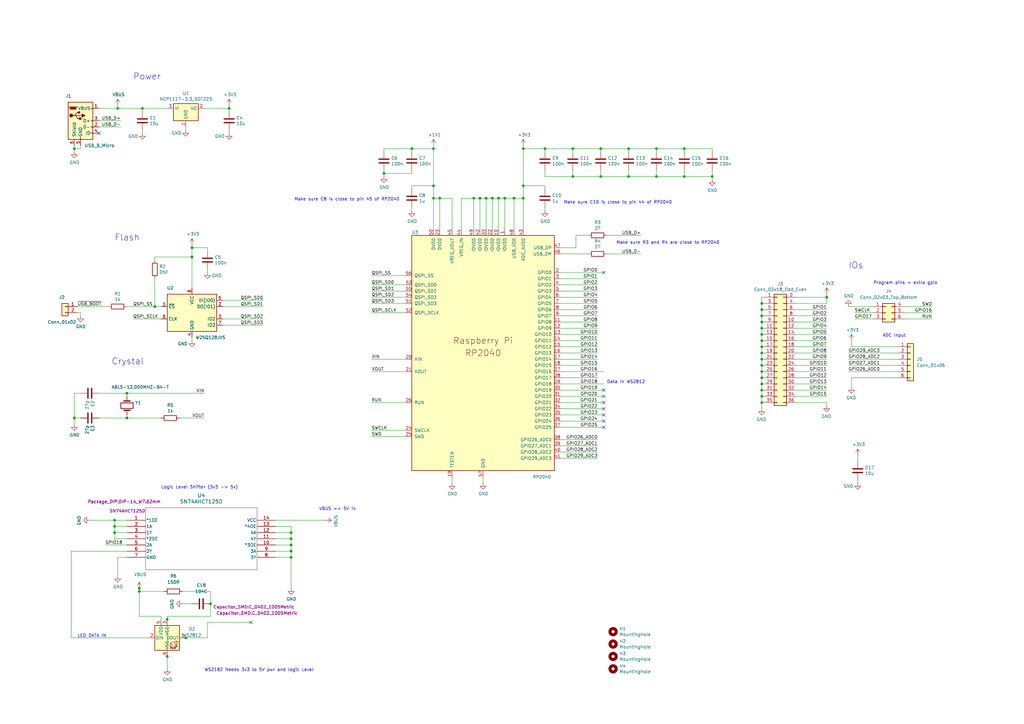
<source format=kicad_sch>
(kicad_sch (version 20230121) (generator eeschema)
  (paper "A3")
  (title_block (title "RP2040 Minimal Design Example") (date "2020-12-18") (rev "REV1") (company "Raspberry Pi (Trading) Ltd"))
  (lib_symbols
    (symbol "Connector_Generic:Conn_01x02" (pin_names (offset 1.016) hide)
      (property "Reference" "J" (at 0 2.54 0))
      (property "Value" "Conn_01x02" (at 0 -5.08 0))
      (symbol "Conn_01x02_1_1"
        (pin passive line (at -5.08 0 0) (length 3.81) (name "Pin_1") (number "1"))
        (pin passive line (at -5.08 -2.54 0) (length 3.81) (name "Pin_2") (number "2"))
      )
    )
    (symbol "Connector_Generic:Conn_01x06" (pin_names (offset 1.016) hide)
      (property "Reference" "J" (at 0 7.62 0))
      (property "Value" "Conn_01x06" (at 0 -10.16 0))
      (symbol "Conn_01x06_1_1"
        (pin passive line (at -5.08 5.08 0) (length 3.81) (name "Pin_1") (number "1"))
        (pin passive line (at -5.08 2.54 0) (length 3.81) (name "Pin_2") (number "2"))
        (pin passive line (at -5.08 0 0) (length 3.81) (name "Pin_3") (number "3"))
        (pin passive line (at -5.08 -2.54 0) (length 3.81) (name "Pin_4") (number "4"))
        (pin passive line (at -5.08 -5.08 0) (length 3.81) (name "Pin_5") (number "5"))
        (pin passive line (at -5.08 -7.62 0) (length 3.81) (name "Pin_6") (number "6"))
      )
    )
    (symbol "Connector_Generic:Conn_02x03_Top_Bottom" (pin_names (offset 1.016) hide)
      (property "Reference" "J" (at 1.27 5.08 0))
      (property "Value" "Conn_02x03_Top_Bottom" (at 1.27 -5.08 0))
      (symbol "Conn_02x03_Top_Bottom_1_1"
        (pin passive line (at -5.08 2.54 0) (length 3.81) (name "Pin_1") (number "1"))
        (pin passive line (at -5.08 0 0) (length 3.81) (name "Pin_2") (number "2"))
        (pin passive line (at -5.08 -2.54 0) (length 3.81) (name "Pin_3") (number "3"))
        (pin passive line (at 7.62 2.54 180) (length 3.81) (name "Pin_4") (number "4"))
        (pin passive line (at 7.62 0 180) (length 3.81) (name "Pin_5") (number "5"))
        (pin passive line (at 7.62 -2.54 180) (length 3.81) (name "Pin_6") (number "6"))
      )
    )
    (symbol "Connector_Generic:Conn_02x18_Odd_Even" (pin_names (offset 1.016) hide)
      (property "Reference" "J" (at 1.27 22.86 0))
      (property "Value" "Conn_02x18_Odd_Even" (at 1.27 -25.4 0))
      (symbol "Conn_02x18_Odd_Even_1_1"
        (pin passive line (at -5.08 20.32 0) (length 3.81) (name "Pin_1") (number "1"))
        (pin passive line (at 7.62 10.16 180) (length 3.81) (name "Pin_10") (number "10"))
        (pin passive line (at -5.08 7.62 0) (length 3.81) (name "Pin_11") (number "11"))
        (pin passive line (at 7.62 7.62 180) (length 3.81) (name "Pin_12") (number "12"))
        (pin passive line (at -5.08 5.08 0) (length 3.81) (name "Pin_13") (number "13"))
        (pin passive line (at 7.62 5.08 180) (length 3.81) (name "Pin_14") (number "14"))
        (pin passive line (at -5.08 2.54 0) (length 3.81) (name "Pin_15") (number "15"))
        (pin passive line (at 7.62 2.54 180) (length 3.81) (name "Pin_16") (number "16"))
        (pin passive line (at -5.08 0 0) (length 3.81) (name "Pin_17") (number "17"))
        (pin passive line (at 7.62 0 180) (length 3.81) (name "Pin_18") (number "18"))
        (pin passive line (at -5.08 -2.54 0) (length 3.81) (name "Pin_19") (number "19"))
        (pin passive line (at 7.62 20.32 180) (length 3.81) (name "Pin_2") (number "2"))
        (pin passive line (at 7.62 -2.54 180) (length 3.81) (name "Pin_20") (number "20"))
        (pin passive line (at -5.08 -5.08 0) (length 3.81) (name "Pin_21") (number "21"))
        (pin passive line (at 7.62 -5.08 180) (length 3.81) (name "Pin_22") (number "22"))
        (pin passive line (at -5.08 -7.62 0) (length 3.81) (name "Pin_23") (number "23"))
        (pin passive line (at 7.62 -7.62 180) (length 3.81) (name "Pin_24") (number "24"))
        (pin passive line (at -5.08 -10.16 0) (length 3.81) (name "Pin_25") (number "25"))
        (pin passive line (at 7.62 -10.16 180) (length 3.81) (name "Pin_26") (number "26"))
        (pin passive line (at -5.08 -12.7 0) (length 3.81) (name "Pin_27") (number "27"))
        (pin passive line (at 7.62 -12.7 180) (length 3.81) (name "Pin_28") (number "28"))
        (pin passive line (at -5.08 -15.24 0) (length 3.81) (name "Pin_29") (number "29"))
        (pin passive line (at -5.08 17.78 0) (length 3.81) (name "Pin_3") (number "3"))
        (pin passive line (at 7.62 -15.24 180) (length 3.81) (name "Pin_30") (number "30"))
        (pin passive line (at -5.08 -17.78 0) (length 3.81) (name "Pin_31") (number "31"))
        (pin passive line (at 7.62 -17.78 180) (length 3.81) (name "Pin_32") (number "32"))
        (pin passive line (at -5.08 -20.32 0) (length 3.81) (name "Pin_33") (number "33"))
        (pin passive line (at 7.62 -20.32 180) (length 3.81) (name "Pin_34") (number "34"))
        (pin passive line (at -5.08 -22.86 0) (length 3.81) (name "Pin_35") (number "35"))
        (pin passive line (at 7.62 -22.86 180) (length 3.81) (name "Pin_36") (number "36"))
        (pin passive line (at 7.62 17.78 180) (length 3.81) (name "Pin_4") (number "4"))
        (pin passive line (at -5.08 15.24 0) (length 3.81) (name "Pin_5") (number "5"))
        (pin passive line (at 7.62 15.24 180) (length 3.81) (name "Pin_6") (number "6"))
        (pin passive line (at -5.08 12.7 0) (length 3.81) (name "Pin_7") (number "7"))
        (pin passive line (at 7.62 12.7 180) (length 3.81) (name "Pin_8") (number "8"))
        (pin passive line (at -5.08 10.16 0) (length 3.81) (name "Pin_9") (number "9"))
      )
    )
    (symbol "Device:C" (pin_numbers hide) (pin_names (offset 0.254))
      (property "Reference" "C" (at 0.635 2.54 0))
      (property "Value" "C" (at 0.635 -2.54 0))
      (symbol "C_1_1"
        (pin passive line (at 0 3.81 270) (length 2.794) (name "~") (number "1"))
        (pin passive line (at 0 -3.81 90) (length 2.794) (name "~") (number "2"))
      )
    )
    (symbol "Device:Crystal" (pin_numbers hide) (pin_names (offset 1.016) hide)
      (property "Reference" "Y" (at 0 3.81 0))
      (property "Value" "Crystal" (at 0 -3.81 0))
      (symbol "Crystal_1_1"
        (pin passive line (at -3.81 0 0) (length 1.27) (name "1") (number "1"))
        (pin passive line (at 3.81 0 180) (length 1.27) (name "2") (number "2"))
      )
    )
    (symbol "Device:R" (pin_numbers hide) (pin_names (offset 0))
      (property "Reference" "R" (at 2.032 0 90))
      (property "Value" "R" (at 0 0 90))
      (symbol "R_1_1"
        (pin passive line (at 0 3.81 270) (length 1.27) (name "~") (number "1"))
        (pin passive line (at 0 -3.81 90) (length 1.27) (name "~") (number "2"))
      )
    )
    (symbol "LED:WS2812" (pin_names (offset 0.254))
      (property "Reference" "D" (at 5.08 5.715 0))
      (property "Value" "WS2812" (at 1.27 -5.715 0))
      (symbol "WS2812_0_0"
        (text "RGB" (at 2.286 -4.191 0) (effects (font (size 0.762 0.762))))
      )
      (symbol "WS2812_1_1"
        (pin output line (at 7.62 0 180) (length 2.54) (name "DOUT") (number "1"))
        (pin input line (at -7.62 0 0) (length 2.54) (name "DIN") (number "2"))
        (pin power_in line (at 0 7.62 270) (length 2.54) (name "VCC") (number "3"))
        (pin no_connect line (at 5.08 2.54 180) (length 2.54) hide (name "NC") (number "4"))
        (pin power_in line (at -2.54 7.62 270) (length 2.54) (name "VDD") (number "5"))
        (pin power_in line (at 0 -7.62 90) (length 2.54) (name "VSS") (number "6"))
      )
    )
    (symbol "MCU_RaspberryPi_RP2040:RP2040" (pin_names (offset 1.016))
      (property "Reference" "U" (at -29.21 49.53 0))
      (property "Value" "RP2040" (at 24.13 -49.53 0))
      (symbol "RP2040_0_0"
        (text "Raspberry Pi" (at 0 5.08 0) (effects (font (size 2.54 2.54))))
        (text "RP2040" (at 0 0 0) (effects (font (size 2.54 2.54))))
      )
      (symbol "RP2040_1_1"
        (pin power_in line (at 8.89 50.8 270) (length 2.54) (name "IOVDD") (number "1"))
        (pin power_in line (at 6.35 50.8 270) (length 2.54) (name "IOVDD") (number "10"))
        (pin bidirectional line (at 31.75 12.7 180) (length 2.54) (name "GPIO8") (number "11"))
        (pin bidirectional line (at 31.75 10.16 180) (length 2.54) (name "GPIO9") (number "12"))
        (pin bidirectional line (at 31.75 7.62 180) (length 2.54) (name "GPIO10") (number "13"))
        (pin bidirectional line (at 31.75 5.08 180) (length 2.54) (name "GPIO11") (number "14"))
        (pin bidirectional line (at 31.75 2.54 180) (length 2.54) (name "GPIO12") (number "15"))
        (pin bidirectional line (at 31.75 0 180) (length 2.54) (name "GPIO13") (number "16"))
        (pin bidirectional line (at 31.75 -2.54 180) (length 2.54) (name "GPIO14") (number "17"))
        (pin bidirectional line (at 31.75 -5.08 180) (length 2.54) (name "GPIO15") (number "18"))
        (pin passive line (at -12.7 -50.8 90) (length 2.54) (name "TESTEN") (number "19"))
        (pin bidirectional line (at 31.75 33.02 180) (length 2.54) (name "GPIO0") (number "2"))
        (pin input line (at -31.75 -2.54 0) (length 2.54) (name "XIN") (number "20"))
        (pin passive line (at -31.75 -7.62 0) (length 2.54) (name "XOUT") (number "21"))
        (pin power_in line (at 3.81 50.8 270) (length 2.54) (name "IOVDD") (number "22"))
        (pin power_in line (at -17.78 50.8 270) (length 2.54) (name "DVDD") (number "23"))
        (pin output line (at -31.75 -31.75 0) (length 2.54) (name "SWCLK") (number "24"))
        (pin bidirectional line (at -31.75 -34.29 0) (length 2.54) (name "SWD") (number "25"))
        (pin input line (at -31.75 -20.32 0) (length 2.54) (name "RUN") (number "26"))
        (pin bidirectional line (at 31.75 -7.62 180) (length 2.54) (name "GPIO16") (number "27"))
        (pin bidirectional line (at 31.75 -10.16 180) (length 2.54) (name "GPIO17") (number "28"))
        (pin bidirectional line (at 31.75 -12.7 180) (length 2.54) (name "GPIO18") (number "29"))
        (pin bidirectional line (at 31.75 30.48 180) (length 2.54) (name "GPIO1") (number "3"))
        (pin bidirectional line (at 31.75 -15.24 180) (length 2.54) (name "GPIO19") (number "30"))
        (pin bidirectional line (at 31.75 -17.78 180) (length 2.54) (name "GPIO20") (number "31"))
        (pin bidirectional line (at 31.75 -20.32 180) (length 2.54) (name "GPIO21") (number "32"))
        (pin power_in line (at 1.27 50.8 270) (length 2.54) (name "IOVDD") (number "33"))
        (pin bidirectional line (at 31.75 -22.86 180) (length 2.54) (name "GPIO22") (number "34"))
        (pin bidirectional line (at 31.75 -25.4 180) (length 2.54) (name "GPIO23") (number "35"))
        (pin bidirectional line (at 31.75 -27.94 180) (length 2.54) (name "GPIO24") (number "36"))
        (pin bidirectional line (at 31.75 -30.48 180) (length 2.54) (name "GPIO25") (number "37"))
        (pin bidirectional line (at 31.75 -35.56 180) (length 2.54) (name "GPIO26_ADC0") (number "38"))
        (pin bidirectional line (at 31.75 -38.1 180) (length 2.54) (name "GPIO27_ADC1") (number "39"))
        (pin bidirectional line (at 31.75 27.94 180) (length 2.54) (name "GPIO2") (number "4"))
        (pin bidirectional line (at 31.75 -40.64 180) (length 2.54) (name "GPIO28_ADC2") (number "40"))
        (pin bidirectional line (at 31.75 -43.18 180) (length 2.54) (name "GPIO29_ADC3") (number "41"))
        (pin power_in line (at -1.27 50.8 270) (length 2.54) (name "IOVDD") (number "42"))
        (pin power_in line (at 16.51 50.8 270) (length 2.54) (name "ADC_AVDD") (number "43"))
        (pin power_in line (at -8.89 50.8 270) (length 2.54) (name "VREG_IN") (number "44"))
        (pin power_out line (at -12.7 50.8 270) (length 2.54) (name "VREG_VOUT") (number "45"))
        (pin bidirectional line (at 31.75 40.64 180) (length 2.54) (name "USB_DM") (number "46"))
        (pin bidirectional line (at 31.75 43.18 180) (length 2.54) (name "USB_DP") (number "47"))
        (pin power_in line (at 12.7 50.8 270) (length 2.54) (name "USB_VDD") (number "48"))
        (pin power_in line (at -3.81 50.8 270) (length 2.54) (name "IOVDD") (number "49"))
        (pin bidirectional line (at 31.75 25.4 180) (length 2.54) (name "GPIO3") (number "5"))
        (pin power_in line (at -20.32 50.8 270) (length 2.54) (name "DVDD") (number "50"))
        (pin bidirectional line (at -31.75 20.32 0) (length 2.54) (name "QSPI_SD3") (number "51"))
        (pin output line (at -31.75 16.51 0) (length 2.54) (name "QSPI_SCLK") (number "52"))
        (pin bidirectional line (at -31.75 27.94 0) (length 2.54) (name "QSPI_SD0") (number "53"))
        (pin bidirectional line (at -31.75 22.86 0) (length 2.54) (name "QSPI_SD2") (number "54"))
        (pin bidirectional line (at -31.75 25.4 0) (length 2.54) (name "QSPI_SD1") (number "55"))
        (pin bidirectional line (at -31.75 31.75 0) (length 2.54) (name "QSPI_SS") (number "56"))
        (pin power_in line (at 0 -50.8 90) (length 2.54) (name "GND") (number "57"))
        (pin bidirectional line (at 31.75 22.86 180) (length 2.54) (name "GPIO4") (number "6"))
        (pin bidirectional line (at 31.75 20.32 180) (length 2.54) (name "GPIO5") (number "7"))
        (pin bidirectional line (at 31.75 17.78 180) (length 2.54) (name "GPIO6") (number "8"))
        (pin bidirectional line (at 31.75 15.24 180) (length 2.54) (name "GPIO7") (number "9"))
      )
    )
    (symbol "Mechanical:MountingHole" (pin_names (offset 1.016))
      (property "Reference" "H" (at 0 5.08 0))
      (property "Value" "MountingHole" (at 0 3.175 0))
    )
    (symbol "RP2040_minimal-rescue:USB_B_Micro-Connector" (pin_names (offset 1.016))
      (property "Reference" "J" (at -5.08 11.43 0))
      (property "Value" "Connector_USB_B_Micro" (at -5.08 8.89 0))
      (symbol "USB_B_Micro-Connector_1_1"
        (pin power_out line (at 7.62 5.08 180) (length 2.54) (name "VBUS") (number "1"))
        (pin passive line (at 7.62 -2.54 180) (length 2.54) (name "D-") (number "2"))
        (pin passive line (at 7.62 0 180) (length 2.54) (name "D+") (number "3"))
        (pin passive line (at 7.62 -5.08 180) (length 2.54) (name "ID") (number "4"))
        (pin power_out line (at 0 -10.16 90) (length 2.54) (name "GND") (number "5"))
        (pin passive line (at -2.54 -10.16 90) (length 2.54) (name "Shield") (number "6"))
      )
    )
    (symbol "RP2040_minimal-rescue:W25Q128JVS-Memory_Flash"
      (property "Reference" "U" (at -8.89 8.89 0))
      (property "Value" "Memory_Flash_W25Q128JVS" (at 7.62 8.89 0))
      (symbol "W25Q128JVS-Memory_Flash_1_1"
        (pin input line (at -12.7 2.54 0) (length 2.54) (name "~{CS}") (number "1"))
        (pin bidirectional line (at 12.7 2.54 180) (length 2.54) (name "DO(IO1)") (number "2"))
        (pin bidirectional line (at 12.7 -2.54 180) (length 2.54) (name "IO2") (number "3"))
        (pin power_in line (at 0 -10.16 90) (length 2.54) (name "GND") (number "4"))
        (pin bidirectional line (at 12.7 5.08 180) (length 2.54) (name "DI(IO0)") (number "5"))
        (pin input line (at -12.7 -2.54 0) (length 2.54) (name "CLK") (number "6"))
        (pin bidirectional line (at 12.7 -5.08 180) (length 2.54) (name "IO3") (number "7"))
        (pin power_in line (at 0 10.16 270) (length 2.54) (name "VCC") (number "8"))
      )
    )
    (symbol "Regulator_Linear:NCP1117-3.3_SOT223"
      (property "Reference" "U" (at -3.81 3.175 0))
      (property "Value" "NCP1117-3.3_SOT223" (at 0 3.175 0))
      (symbol "NCP1117-3.3_SOT223_1_1"
        (pin power_in line (at 0 -7.62 90) (length 2.54) (name "GND") (number "1"))
        (pin power_out line (at 7.62 0 180) (length 2.54) (name "VO") (number "2"))
        (pin power_in line (at -7.62 0 0) (length 2.54) (name "VI") (number "3"))
      )
    )
    (symbol "SN74AHCT125D:SN74AHCT125D" (pin_names (offset 0.254))
      (property "Reference" "U" (at 30.48 10.16 0))
      (property "Value" "SN74AHCT125D" (at 30.48 7.62 0))
      (symbol "SN74AHCT125D_0_1"
        (pin input line (at 0 0 0) (length 7.62) (name "*1OE") (number "1"))
        (pin input line (at 60.96 -10.16 180) (length 7.62) (name "*3OE") (number "10"))
        (pin unspecified line (at 60.96 -7.62 180) (length 7.62) (name "4Y") (number "11"))
        (pin input line (at 60.96 -5.08 180) (length 7.62) (name "4A") (number "12"))
        (pin input line (at 60.96 -2.54 180) (length 7.62) (name "*4OE") (number "13"))
        (pin power_in line (at 60.96 0 180) (length 7.62) (name "VCC") (number "14"))
        (pin input line (at 0 -2.54 0) (length 7.62) (name "1A") (number "2"))
        (pin unspecified line (at 0 -5.08 0) (length 7.62) (name "1Y") (number "3"))
        (pin input line (at 0 -7.62 0) (length 7.62) (name "*2OE") (number "4"))
        (pin input line (at 0 -10.16 0) (length 7.62) (name "2A") (number "5"))
        (pin unspecified line (at 0 -12.7 0) (length 7.62) (name "2Y") (number "6"))
        (pin power_in line (at 0 -15.24 0) (length 7.62) (name "GND") (number "7"))
        (pin unspecified line (at 60.96 -15.24 180) (length 7.62) (name "3Y") (number "8"))
        (pin input line (at 60.96 -12.7 180) (length 7.62) (name "3A") (number "9"))
      )
    )
    (symbol "power:+1V1" (power) (pin_names (offset 0))
      (property "Value" "+1V1" (at 0 3.556 0))
      (symbol "+1V1_1_1"
        (pin power_in line (at 0 0 90) (length 0) hide (name "+1V1") (number "1"))
      )
    )
    (symbol "power:+3V3" (power) (pin_names (offset 0))
      (property "Value" "+3V3" (at 0 3.556 0))
      (symbol "+3V3_1_1"
        (pin power_in line (at 0 0 90) (length 0) hide (name "+3V3") (number "1"))
      )
    )
    (symbol "power:GND" (power) (pin_names (offset 0))
      (property "Value" "GND" (at 0 -3.81 0))
      (symbol "GND_1_1"
        (pin power_in line (at 0 0 270) (length 0) hide (name "GND") (number "1"))
      )
    )
    (symbol "power:VBUS" (power) (pin_names (offset 0))
      (property "Value" "VBUS" (at 0 3.81 0))
      (symbol "VBUS_1_1"
        (pin power_in line (at 0 0 90) (length 0) hide (name "VBUS") (number "1"))
      )
    )
  )
  (junction (at 68.58 254))
  (junction (at 234.95 72.39))
  (junction (at 30.48 60.96))
  (junction (at 201.93 81.28))
  (junction (at 312.42 147.32))
  (junction (at 312.42 129.54))
  (junction (at 46.99 218.44))
  (junction (at 194.31 81.28))
  (junction (at 312.42 160.02))
  (junction (at 280.67 60.96))
  (junction (at 177.8 81.28))
  (junction (at 63.5 125.73))
  (junction (at 269.24 72.39))
  (junction (at 312.42 144.78))
  (junction (at 30.48 171.45))
  (junction (at 119.38 223.52))
  (junction (at 312.42 149.86))
  (junction (at 46.99 215.9))
  (junction (at 46.99 213.36))
  (junction (at 269.24 60.96))
  (junction (at 214.63 76.2))
  (junction (at 312.42 152.4))
  (junction (at 68.58 269.24))
  (junction (at 312.42 162.56))
  (junction (at 312.42 124.46))
  (junction (at 312.42 142.24))
  (junction (at 246.38 72.39))
  (junction (at 214.63 60.96))
  (junction (at 177.8 76.2))
  (junction (at 119.38 226.06))
  (junction (at 292.1 72.39))
  (junction (at 312.42 132.08))
  (junction (at 76.2 261.62))
  (junction (at 93.98 44.45))
  (junction (at 339.09 121.92))
  (junction (at 52.07 161.29))
  (junction (at 78.74 105.41))
  (junction (at 312.42 154.94))
  (junction (at 78.74 101.6))
  (junction (at 196.85 81.28))
  (junction (at 312.42 134.62))
  (junction (at 204.47 81.28))
  (junction (at 234.95 60.96))
  (junction (at 280.67 72.39))
  (junction (at 210.82 81.28))
  (junction (at 119.38 220.98))
  (junction (at 177.8 60.96))
  (junction (at 257.81 60.96))
  (junction (at 312.42 139.7))
  (junction (at 168.91 60.96))
  (junction (at 223.52 60.96))
  (junction (at 119.38 228.6))
  (junction (at 86.36 247.65))
  (junction (at 312.42 137.16))
  (junction (at 214.63 81.28))
  (junction (at 157.48 71.12))
  (junction (at 52.07 171.45))
  (junction (at 257.81 72.39))
  (junction (at 199.39 81.28))
  (junction (at 312.42 157.48))
  (junction (at 58.42 44.45))
  (junction (at 207.01 81.28))
  (junction (at 57.15 242.57))
  (junction (at 312.42 165.1))
  (junction (at 119.38 218.44))
  (junction (at 48.26 44.45))
  (junction (at 312.42 127))
  (junction (at 246.38 60.96))
  (junction (at 180.34 81.28))
  (junction (at 57.15 241.3))
  (no_connect (at 247.65 162.56))
  (no_connect (at 247.65 160.02))
  (no_connect (at 247.65 167.64))
  (no_connect (at 102.87 255.27))
  (no_connect (at 247.65 111.76))
  (no_connect (at 247.65 165.1))
  (no_connect (at 40.64 54.61))
  (no_connect (at 247.65 172.72))
  (no_connect (at 247.65 170.18))
  (no_connect (at 247.65 175.26))
  (wire (pts (xy 198.12 195.58) (xy 198.12 198.12)))
  (wire (pts (xy 223.52 85.09) (xy 223.52 86.36)))
  (wire (pts (xy 312.42 165.1) (xy 312.42 167.64)))
  (wire (pts (xy 113.03 223.52) (xy 119.38 223.52)))
  (wire (pts (xy 52.07 125.73) (xy 63.5 125.73)))
  (wire (pts (xy 93.98 45.72) (xy 93.98 44.45)))
  (wire (pts (xy 257.81 72.39) (xy 246.38 72.39)))
  (wire (pts (xy 214.63 60.96) (xy 214.63 76.2)))
  (wire (pts (xy 40.64 52.07) (xy 49.53 52.07)))
  (wire (pts (xy 201.93 93.98) (xy 201.93 81.28)))
  (wire (pts (xy 312.42 147.32) (xy 312.42 149.86)))
  (wire (pts (xy 207.01 81.28) (xy 210.82 81.28)))
  (wire (pts (xy 248.92 96.52) (xy 262.89 96.52)))
  (wire (pts (xy 214.63 81.28) (xy 214.63 93.98)))
  (wire (pts (xy 52.07 162.56) (xy 52.07 161.29)))
  (wire (pts (xy 312.42 129.54) (xy 312.42 132.08)))
  (wire (pts (xy 312.42 134.62) (xy 312.42 137.16)))
  (wire (pts (xy 349.25 154.94) (xy 349.25 158.75)))
  (wire (pts (xy 229.87 134.62) (xy 245.11 134.62)))
  (wire (pts (xy 74.93 247.65) (xy 78.74 247.65)))
  (wire (pts (xy 46.99 218.44) (xy 52.07 218.44)))
  (wire (pts (xy 312.42 132.08) (xy 312.42 134.62)))
  (wire (pts (xy 86.36 242.57) (xy 86.36 247.65)))
  (wire (pts (xy 292.1 72.39) (xy 292.1 73.66)))
  (wire (pts (xy 312.42 157.48) (xy 312.42 160.02)))
  (wire (pts (xy 48.26 228.6) (xy 48.26 236.22)))
  (wire (pts (xy 229.87 154.94) (xy 245.11 154.94)))
  (wire (pts (xy 339.09 154.94) (xy 326.39 154.94)))
  (wire (pts (xy 119.38 218.44) (xy 113.03 218.44)))
  (wire (pts (xy 214.63 60.96) (xy 223.52 60.96)))
  (wire (pts (xy 63.5 106.68) (xy 63.5 105.41)))
  (wire (pts (xy 280.67 72.39) (xy 269.24 72.39)))
  (wire (pts (xy 326.39 124.46) (xy 339.09 124.46)))
  (wire (pts (xy 33.02 60.96) (xy 30.48 60.96)))
  (wire (pts (xy 33.02 171.45) (xy 30.48 171.45)))
  (wire (pts (xy 229.87 172.72) (xy 247.65 172.72)))
  (wire (pts (xy 113.03 213.36) (xy 133.35 213.36)))
  (wire (pts (xy 347.98 149.86) (xy 368.3 149.86)))
  (wire (pts (xy 91.44 133.35) (xy 107.95 133.35)))
  (wire (pts (xy 214.63 59.69) (xy 214.63 60.96)))
  (wire (pts (xy 166.37 179.07) (xy 152.4 179.07)))
  (wire (pts (xy 246.38 60.96) (xy 257.81 60.96)))
  (wire (pts (xy 29.21 226.06) (xy 29.21 261.62)))
  (wire (pts (xy 76.2 261.62) (xy 85.09 261.62)))
  (wire (pts (xy 85.09 255.27) (xy 102.87 255.27)))
  (wire (pts (xy 33.02 128.27) (xy 33.02 129.54)))
  (wire (pts (xy 91.44 130.81) (xy 107.95 130.81)))
  (wire (pts (xy 347.98 125.73) (xy 358.14 125.73)))
  (wire (pts (xy 189.23 81.28) (xy 194.31 81.28)))
  (wire (pts (xy 257.81 69.85) (xy 257.81 72.39)))
  (wire (pts (xy 58.42 53.34) (xy 58.42 54.61)))
  (wire (pts (xy 207.01 81.28) (xy 207.01 93.98)))
  (wire (pts (xy 93.98 44.45) (xy 93.98 43.18)))
  (wire (pts (xy 196.85 93.98) (xy 196.85 81.28)))
  (wire (pts (xy 48.26 43.18) (xy 48.26 44.45)))
  (wire (pts (xy 210.82 81.28) (xy 214.63 81.28)))
  (wire (pts (xy 280.67 72.39) (xy 292.1 72.39)))
  (wire (pts (xy 248.92 104.14) (xy 262.89 104.14)))
  (wire (pts (xy 347.98 144.78) (xy 368.3 144.78)))
  (wire (pts (xy 223.52 60.96) (xy 234.95 60.96)))
  (wire (pts (xy 119.38 218.44) (xy 119.38 220.98)))
  (wire (pts (xy 166.37 165.1) (xy 152.4 165.1)))
  (wire (pts (xy 339.09 160.02) (xy 326.39 160.02)))
  (wire (pts (xy 31.75 128.27) (xy 33.02 128.27)))
  (wire (pts (xy 339.09 129.54) (xy 326.39 129.54)))
  (wire (pts (xy 234.95 62.23) (xy 234.95 60.96)))
  (wire (pts (xy 280.67 60.96) (xy 292.1 60.96)))
  (wire (pts (xy 78.74 101.6) (xy 78.74 105.41)))
  (wire (pts (xy 196.85 81.28) (xy 199.39 81.28)))
  (wire (pts (xy 313.69 121.92) (xy 312.42 121.92)))
  (wire (pts (xy 52.07 213.36) (xy 46.99 213.36)))
  (wire (pts (xy 157.48 69.85) (xy 157.48 71.12)))
  (wire (pts (xy 257.81 62.23) (xy 257.81 60.96)))
  (wire (pts (xy 204.47 93.98) (xy 204.47 81.28)))
  (wire (pts (xy 229.87 187.96) (xy 245.11 187.96)))
  (wire (pts (xy 339.09 132.08) (xy 326.39 132.08)))
  (wire (pts (xy 229.87 180.34) (xy 245.11 180.34)))
  (wire (pts (xy 46.99 213.36) (xy 46.99 215.9)))
  (wire (pts (xy 246.38 69.85) (xy 246.38 72.39)))
  (wire (pts (xy 347.98 152.4) (xy 368.3 152.4)))
  (wire (pts (xy 73.66 171.45) (xy 83.82 171.45)))
  (wire (pts (xy 119.38 215.9) (xy 119.38 218.44)))
  (wire (pts (xy 46.99 218.44) (xy 46.99 220.98)))
  (wire (pts (xy 46.99 215.9) (xy 52.07 215.9)))
  (wire (pts (xy 204.47 81.28) (xy 207.01 81.28)))
  (wire (pts (xy 313.69 142.24) (xy 312.42 142.24)))
  (wire (pts (xy 234.95 69.85) (xy 234.95 72.39)))
  (wire (pts (xy 93.98 53.34) (xy 93.98 54.61)))
  (wire (pts (xy 339.09 152.4) (xy 326.39 152.4)))
  (wire (pts (xy 229.87 137.16) (xy 245.11 137.16)))
  (wire (pts (xy 339.09 137.16) (xy 326.39 137.16)))
  (wire (pts (xy 177.8 60.96) (xy 177.8 76.2)))
  (wire (pts (xy 52.07 161.29) (xy 83.82 161.29)))
  (wire (pts (xy 58.42 45.72) (xy 58.42 44.45)))
  (wire (pts (xy 229.87 111.76) (xy 247.65 111.76)))
  (wire (pts (xy 229.87 127) (xy 245.11 127)))
  (wire (pts (xy 40.64 161.29) (xy 52.07 161.29)))
  (wire (pts (xy 85.09 110.49) (xy 85.09 111.76)))
  (wire (pts (xy 312.42 144.78) (xy 312.42 147.32)))
  (wire (pts (xy 194.31 81.28) (xy 196.85 81.28)))
  (wire (pts (xy 185.42 195.58) (xy 185.42 198.12)))
  (wire (pts (xy 78.74 105.41) (xy 78.74 118.11)))
  (wire (pts (xy 280.67 69.85) (xy 280.67 72.39)))
  (wire (pts (xy 339.09 147.32) (xy 326.39 147.32)))
  (wire (pts (xy 30.48 161.29) (xy 30.48 171.45)))
  (wire (pts (xy 257.81 60.96) (xy 269.24 60.96)))
  (wire (pts (xy 85.09 101.6) (xy 78.74 101.6)))
  (wire (pts (xy 40.64 171.45) (xy 52.07 171.45)))
  (wire (pts (xy 339.09 127) (xy 326.39 127)))
  (wire (pts (xy 52.07 170.18) (xy 52.07 171.45)))
  (wire (pts (xy 63.5 105.41) (xy 78.74 105.41)))
  (wire (pts (xy 312.42 127) (xy 312.42 129.54)))
  (wire (pts (xy 313.69 162.56) (xy 312.42 162.56)))
  (wire (pts (xy 57.15 241.3) (xy 57.15 242.57)))
  (wire (pts (xy 168.91 77.47) (xy 168.91 76.2)))
  (wire (pts (xy 119.38 228.6) (xy 119.38 241.3)))
  (wire (pts (xy 152.4 116.84) (xy 166.37 116.84)))
  (wire (pts (xy 48.26 44.45) (xy 58.42 44.45)))
  (wire (pts (xy 229.87 182.88) (xy 245.11 182.88)))
  (wire (pts (xy 313.69 134.62) (xy 312.42 134.62)))
  (wire (pts (xy 177.8 81.28) (xy 177.8 93.98)))
  (wire (pts (xy 166.37 176.53) (xy 152.4 176.53)))
  (wire (pts (xy 280.67 62.23) (xy 280.67 60.96)))
  (wire (pts (xy 339.09 121.92) (xy 339.09 120.65)))
  (wire (pts (xy 313.69 139.7) (xy 312.42 139.7)))
  (wire (pts (xy 36.83 213.36) (xy 46.99 213.36)))
  (wire (pts (xy 339.09 134.62) (xy 326.39 134.62)))
  (wire (pts (xy 199.39 81.28) (xy 201.93 81.28)))
  (wire (pts (xy 313.69 147.32) (xy 312.42 147.32)))
  (wire (pts (xy 194.31 93.98) (xy 194.31 81.28)))
  (wire (pts (xy 113.03 226.06) (xy 119.38 226.06)))
  (wire (pts (xy 113.03 228.6) (xy 119.38 228.6)))
  (wire (pts (xy 246.38 62.23) (xy 246.38 60.96)))
  (wire (pts (xy 48.26 228.6) (xy 52.07 228.6)))
  (wire (pts (xy 168.91 60.96) (xy 177.8 60.96)))
  (wire (pts (xy 312.42 154.94) (xy 312.42 157.48)))
  (wire (pts (xy 269.24 72.39) (xy 257.81 72.39)))
  (wire (pts (xy 157.48 71.12) (xy 157.48 72.39)))
  (wire (pts (xy 180.34 93.98) (xy 180.34 81.28)))
  (wire (pts (xy 119.38 226.06) (xy 119.38 228.6)))
  (wire (pts (xy 119.38 223.52) (xy 119.38 226.06)))
  (wire (pts (xy 177.8 59.69) (xy 177.8 60.96)))
  (wire (pts (xy 44.45 125.73) (xy 31.75 125.73)))
  (wire (pts (xy 312.42 149.86) (xy 312.42 152.4)))
  (wire (pts (xy 236.22 96.52) (xy 236.22 101.6)))
  (wire (pts (xy 223.52 77.47) (xy 223.52 76.2)))
  (wire (pts (xy 339.09 157.48) (xy 326.39 157.48)))
  (wire (pts (xy 68.58 254) (xy 68.58 269.24)))
  (wire (pts (xy 229.87 121.92) (xy 245.11 121.92)))
  (wire (pts (xy 229.87 132.08) (xy 245.11 132.08)))
  (wire (pts (xy 83.82 44.45) (xy 93.98 44.45)))
  (wire (pts (xy 30.48 59.69) (xy 30.48 60.96)))
  (wire (pts (xy 68.58 269.24) (xy 68.58 274.32)))
  (wire (pts (xy 292.1 62.23) (xy 292.1 60.96)))
  (wire (pts (xy 229.87 170.18) (xy 247.65 170.18)))
  (wire (pts (xy 229.87 142.24) (xy 245.11 142.24)))
  (wire (pts (xy 57.15 242.57) (xy 57.15 252.73)))
  (wire (pts (xy 229.87 167.64) (xy 247.65 167.64)))
  (wire (pts (xy 229.87 114.3) (xy 245.11 114.3)))
  (wire (pts (xy 312.42 162.56) (xy 312.42 165.1)))
  (wire (pts (xy 229.87 175.26) (xy 247.65 175.26)))
  (wire (pts (xy 236.22 96.52) (xy 241.3 96.52)))
  (wire (pts (xy 292.1 69.85) (xy 292.1 72.39)))
  (wire (pts (xy 349.25 142.24) (xy 368.3 142.24)))
  (wire (pts (xy 313.69 124.46) (xy 312.42 124.46)))
  (wire (pts (xy 223.52 62.23) (xy 223.52 60.96)))
  (wire (pts (xy 57.15 252.73) (xy 66.04 252.73)))
  (wire (pts (xy 313.69 144.78) (xy 312.42 144.78)))
  (wire (pts (xy 269.24 62.23) (xy 269.24 60.96)))
  (wire (pts (xy 370.84 125.73) (xy 382.27 125.73)))
  (wire (pts (xy 229.87 185.42) (xy 245.11 185.42)))
  (wire (pts (xy 85.09 102.87) (xy 85.09 101.6)))
  (wire (pts (xy 152.4 147.32) (xy 166.37 147.32)))
  (wire (pts (xy 40.64 44.45) (xy 48.26 44.45)))
  (wire (pts (xy 210.82 93.98) (xy 210.82 81.28)))
  (wire (pts (xy 76.2 52.07) (xy 76.2 53.34)))
  (wire (pts (xy 312.42 124.46) (xy 312.42 127)))
  (wire (pts (xy 229.87 147.32) (xy 245.11 147.32)))
  (wire (pts (xy 339.09 121.92) (xy 326.39 121.92)))
  (wire (pts (xy 78.74 100.33) (xy 78.74 101.6)))
  (wire (pts (xy 246.38 72.39) (xy 234.95 72.39)))
  (wire (pts (xy 67.31 242.57) (xy 57.15 242.57)))
  (wire (pts (xy 86.36 252.73) (xy 68.58 252.73)))
  (wire (pts (xy 313.69 127) (xy 312.42 127)))
  (wire (pts (xy 312.42 152.4) (xy 312.42 154.94)))
  (wire (pts (xy 29.21 226.06) (xy 52.07 226.06)))
  (wire (pts (xy 66.04 252.73) (xy 66.04 254)))
  (wire (pts (xy 54.61 130.81) (xy 66.04 130.81)))
  (wire (pts (xy 347.98 147.32) (xy 368.3 147.32)))
  (wire (pts (xy 52.07 220.98) (xy 46.99 220.98)))
  (wire (pts (xy 168.91 71.12) (xy 168.91 69.85)))
  (wire (pts (xy 166.37 113.03) (xy 152.4 113.03)))
  (wire (pts (xy 313.69 152.4) (xy 312.42 152.4)))
  (wire (pts (xy 180.34 81.28) (xy 177.8 81.28)))
  (wire (pts (xy 229.87 152.4) (xy 247.65 152.4)))
  (wire (pts (xy 313.69 129.54) (xy 312.42 129.54)))
  (wire (pts (xy 199.39 93.98) (xy 199.39 81.28)))
  (wire (pts (xy 312.42 137.16) (xy 312.42 139.7)))
  (wire (pts (xy 229.87 119.38) (xy 245.11 119.38)))
  (wire (pts (xy 312.42 160.02) (xy 312.42 162.56)))
  (wire (pts (xy 350.52 130.81) (xy 358.14 130.81)))
  (wire (pts (xy 189.23 93.98) (xy 189.23 81.28)))
  (wire (pts (xy 168.91 76.2) (xy 177.8 76.2)))
  (wire (pts (xy 177.8 76.2) (xy 177.8 81.28)))
  (wire (pts (xy 86.36 247.65) (xy 86.36 252.73)))
  (wire (pts (xy 229.87 149.86) (xy 245.11 149.86)))
  (wire (pts (xy 339.09 142.24) (xy 326.39 142.24)))
  (wire (pts (xy 229.87 124.46) (xy 245.11 124.46)))
  (wire (pts (xy 339.09 165.1) (xy 326.39 165.1)))
  (wire (pts (xy 229.87 144.78) (xy 245.11 144.78)))
  (wire (pts (xy 313.69 157.48) (xy 312.42 157.48)))
  (wire (pts (xy 229.87 104.14) (xy 241.3 104.14)))
  (wire (pts (xy 157.48 71.12) (xy 168.91 71.12)))
  (wire (pts (xy 157.48 62.23) (xy 157.48 60.96)))
  (wire (pts (xy 33.02 161.29) (xy 30.48 161.29)))
  (wire (pts (xy 40.64 49.53) (xy 49.53 49.53)))
  (wire (pts (xy 313.69 132.08) (xy 312.42 132.08)))
  (wire (pts (xy 339.09 166.37) (xy 339.09 165.1)))
  (wire (pts (xy 185.42 81.28) (xy 180.34 81.28)))
  (wire (pts (xy 68.58 252.73) (xy 68.58 254)))
  (wire (pts (xy 166.37 128.27) (xy 152.4 128.27)))
  (wire (pts (xy 269.24 60.96) (xy 280.67 60.96)))
  (wire (pts (xy 74.93 242.57) (xy 86.36 242.57)))
  (wire (pts (xy 229.87 162.56) (xy 247.65 162.56)))
  (wire (pts (xy 313.69 160.02) (xy 312.42 160.02)))
  (wire (pts (xy 43.18 223.52) (xy 52.07 223.52)))
  (wire (pts (xy 52.07 171.45) (xy 66.04 171.45)))
  (wire (pts (xy 339.09 139.7) (xy 326.39 139.7)))
  (wire (pts (xy 113.03 215.9) (xy 119.38 215.9)))
  (wire (pts (xy 46.99 215.9) (xy 46.99 218.44)))
  (wire (pts (xy 229.87 129.54) (xy 245.11 129.54)))
  (wire (pts (xy 91.44 125.73) (xy 107.95 125.73)))
  (wire (pts (xy 229.87 165.1) (xy 247.65 165.1)))
  (wire (pts (xy 234.95 60.96) (xy 246.38 60.96)))
  (wire (pts (xy 57.15 238.76) (xy 57.15 241.3)))
  (wire (pts (xy 312.42 142.24) (xy 312.42 144.78)))
  (wire (pts (xy 168.91 85.09) (xy 168.91 86.36)))
  (wire (pts (xy 229.87 116.84) (xy 245.11 116.84)))
  (wire (pts (xy 63.5 125.73) (xy 66.04 125.73)))
  (wire (pts (xy 339.09 121.92) (xy 339.09 124.46)))
  (wire (pts (xy 351.79 196.85) (xy 351.79 198.12)))
  (wire (pts (xy 339.09 162.56) (xy 326.39 162.56)))
  (wire (pts (xy 312.42 139.7) (xy 312.42 142.24)))
  (wire (pts (xy 166.37 152.4) (xy 152.4 152.4)))
  (wire (pts (xy 33.02 59.69) (xy 33.02 60.96)))
  (wire (pts (xy 29.21 261.62) (xy 60.96 261.62)))
  (wire (pts (xy 229.87 160.02) (xy 247.65 160.02)))
  (wire (pts (xy 168.91 62.23) (xy 168.91 60.96)))
  (wire (pts (xy 350.52 128.27) (xy 358.14 128.27)))
  (wire (pts (xy 91.44 123.19) (xy 107.95 123.19)))
  (wire (pts (xy 214.63 76.2) (xy 223.52 76.2)))
  (wire (pts (xy 339.09 149.86) (xy 326.39 149.86)))
  (wire (pts (xy 349.25 154.94) (xy 368.3 154.94)))
  (wire (pts (xy 78.74 138.43) (xy 78.74 139.7)))
  (wire (pts (xy 339.09 144.78) (xy 326.39 144.78)))
  (wire (pts (xy 30.48 171.45) (xy 30.48 173.99)))
  (wire (pts (xy 229.87 101.6) (xy 236.22 101.6)))
  (wire (pts (xy 152.4 119.38) (xy 166.37 119.38)))
  (wire (pts (xy 229.87 157.48) (xy 247.65 157.48)))
  (wire (pts (xy 201.93 81.28) (xy 204.47 81.28)))
  (wire (pts (xy 313.69 149.86) (xy 312.42 149.86)))
  (wire (pts (xy 74.93 261.62) (xy 76.2 261.62)))
  (wire (pts (xy 152.4 124.46) (xy 166.37 124.46)))
  (wire (pts (xy 152.4 121.92) (xy 166.37 121.92)))
  (wire (pts (xy 85.09 261.62) (xy 85.09 255.27)))
  (wire (pts (xy 113.03 220.98) (xy 119.38 220.98)))
  (wire (pts (xy 63.5 114.3) (xy 63.5 125.73)))
  (wire (pts (xy 313.69 154.94) (xy 312.42 154.94)))
  (wire (pts (xy 349.25 142.24) (xy 349.25 139.7)))
  (wire (pts (xy 269.24 69.85) (xy 269.24 72.39)))
  (wire (pts (xy 185.42 93.98) (xy 185.42 81.28)))
  (wire (pts (xy 370.84 130.81) (xy 382.27 130.81)))
  (wire (pts (xy 68.58 44.45) (xy 58.42 44.45)))
  (wire (pts (xy 313.69 165.1) (xy 312.42 165.1)))
  (wire (pts (xy 234.95 72.39) (xy 223.52 72.39)))
  (wire (pts (xy 313.69 137.16) (xy 312.42 137.16)))
  (wire (pts (xy 223.52 69.85) (xy 223.52 72.39)))
  (wire (pts (xy 119.38 220.98) (xy 119.38 223.52)))
  (wire (pts (xy 370.84 128.27) (xy 382.27 128.27)))
  (wire (pts (xy 157.48 60.96) (xy 168.91 60.96)))
  (wire (pts (xy 30.48 60.96) (xy 30.48 62.23)))
  (wire (pts (xy 214.63 76.2) (xy 214.63 81.28)))
  (wire (pts (xy 312.42 121.92) (xy 312.42 124.46)))
  (wire (pts (xy 229.87 139.7) (xy 245.11 139.7)))
  (wire (pts (xy 351.79 186.69) (xy 351.79 189.23)))
  (text "ADC Input" (at 361.95 138.43 0) (effects (font (size 1.27 1.27)) (justify left bottom)))
  (text "LED DATA IN" (at 31.75 261.62 0) (effects (font (size 1.27 1.27)) (justify left bottom)))
  (text "Logic Level Shifter (3v3 -> 5v)" (at 66.04 200.66 0) (effects (font (size 1.27 1.27)) (justify left bottom)))
  (text "Make sure C10 is close to pin 44 of RP2040" (at 231.14 83.82 0) (effects (font (size 1.27 1.27)) (justify left bottom)))
  (text "Make sure C8 is close to pin 45 of RP2040" (at 120.65 82.55 0) (effects (font (size 1.27 1.27)) (justify left bottom)))
  (text "Crystal" (at 45.72 149.86 0) (effects (font (size 2.54 2.54)) (justify left bottom)))
  (text "Data In WS2812" (at 248.92 157.48 0) (effects (font (size 1.27 1.27)) (justify left bottom)))
  (text "WS2182 Needs 3v3 to 5V pwr and logic Level" (at 83.82 275.59 0) (effects (font (size 1.27 1.27)) (justify left bottom)))
  (text "Program pins + extra gpio" (at 358.14 116.84 0) (effects (font (size 1.27 1.27)) (justify left bottom)))
  (text "Flash" (at 46.99 99.06 0) (effects (font (size 2.54 2.54)) (justify left bottom)))
  (text "Make sure R3 and R4 are close to RP2040" (at 252.73 100.33 0) (effects (font (size 1.27 1.27)) (justify left bottom)))
  (text "IOs" (at 347.98 110.49 0) (effects (font (size 2.54 2.54)) (justify left bottom)))
  (text "Power" (at 54.61 33.02 0) (effects (font (size 2.54 2.54)) (justify left bottom)))
  (text "VBUS == 5V in\n" (at 130.81 209.55 0) (effects (font (size 1.27 1.27)) (justify left bottom)))
  (label "QSPI_SD0" (at 152.4 116.84 0))
  (label "GPIO19" (at 245.11 160.02 180))
  (label "GPIO8" (at 339.09 144.78 180))
  (label "GPIO4" (at 245.11 121.92 180))
  (label "GPIO29_ADC3" (at 347.98 144.78 0))
  (label "GPIO3" (at 339.09 132.08 180))
  (label "GPIO13" (at 245.11 144.78 180))
  (label "GPIO23" (at 245.11 170.18 180))
  (label "GPIO12" (at 245.11 142.24 180))
  (label "RUN" (at 382.27 130.81 180))
  (label "GPIO0" (at 245.11 111.76 180))
  (label "GPIO1" (at 245.11 114.3 180))
  (label "GPIO25" (at 245.11 175.26 180))
  (label "XOUT" (at 152.4 152.4 0))
  (label "SWCLK" (at 350.52 128.27 0))
  (label "RUN" (at 152.4 165.1 0))
  (label "GPIO16" (at 245.11 152.4 180))
  (label "GPIO14" (at 339.09 160.02 180))
  (label "SWD" (at 382.27 125.73 180))
  (label "GPIO8" (at 245.11 132.08 180))
  (label "GPIO10" (at 339.09 149.86 180))
  (label "GPIO15" (at 245.11 149.86 180))
  (label "QSPI_SD1" (at 107.95 125.73 180))
  (label "XIN" (at 83.82 161.29 180))
  (label "GPIO14" (at 245.11 147.32 180))
  (label "GPIO7" (at 339.09 142.24 180))
  (label "GPIO22" (at 245.11 167.64 180))
  (label "GPIO29_ADC3" (at 245.11 187.96 180))
  (label "GPIO5" (at 245.11 124.46 180))
  (label "GPIO13" (at 339.09 157.48 180))
  (label "QSPI_SD0" (at 107.95 123.19 180))
  (label "GPIO24" (at 245.11 172.72 180))
  (label "GPIO21" (at 245.11 165.1 180))
  (label "USB_D+" (at 49.53 49.53 180))
  (label "GPIO6" (at 245.11 127 180))
  (label "GPIO2" (at 245.11 116.84 180))
  (label "QSPI_SD1" (at 152.4 119.38 0))
  (label "GPIO11" (at 245.11 139.7 180))
  (label "QSPI_SD3" (at 152.4 124.46 0))
  (label "GPIO7" (at 245.11 129.54 180))
  (label "GPIO17" (at 245.11 154.94 180))
  (label "QSPI_SCLK" (at 152.4 128.27 0))
  (label "USB_D-" (at 262.89 104.14 180))
  (label "USB_D+" (at 262.89 96.52 180))
  (label "GPIO12" (at 339.09 154.94 180))
  (label "QSPI_SS" (at 152.4 113.03 0))
  (label "GPIO20" (at 245.11 162.56 180))
  (label "GPIO27_ADC1" (at 245.11 182.88 180))
  (label "QSPI_SS" (at 54.61 125.73 0))
  (label "GPIO3" (at 245.11 119.38 180))
  (label "GPIO26_ADC0" (at 347.98 152.4 0))
  (label "GPIO27_ADC1" (at 347.98 149.86 0))
  (label "QSPI_SD2" (at 152.4 121.92 0))
  (label "GPIO9" (at 339.09 147.32 180))
  (label "QSPI_SCLK" (at 54.61 130.81 0))
  (label "GPIO18" (at 245.11 157.48 180))
  (label "QSPI_SD3" (at 107.95 133.35 180))
  (label "GPIO28_ADC2" (at 347.98 147.32 0))
  (label "GPIO15" (at 339.09 162.56 180))
  (label "GPIO6" (at 339.09 139.7 180))
  (label "GPIO11" (at 339.09 152.4 180))
  (label "SWD" (at 152.4 179.07 0))
  (label "GPIO17" (at 350.52 130.81 0))
  (label "USB_D-" (at 49.53 52.07 180))
  (label "XIN" (at 152.4 147.32 0))
  (label "~{USB_BOOT}" (at 31.75 125.73 0))
  (label "SWCLK" (at 152.4 176.53 0))
  (label "GPIO5" (at 339.09 137.16 180))
  (label "GPIO16" (at 382.27 128.27 180))
  (label "GPIO18" (at 43.18 223.52 0))
  (label "GPIO2" (at 339.09 129.54 180))
  (label "QSPI_SD2" (at 107.95 130.81 180))
  (label "GPIO1" (at 339.09 127 180))
  (label "GPIO9" (at 245.11 134.62 180))
  (label "GPIO26_ADC0" (at 245.11 180.34 180))
  (label "GPIO4" (at 339.09 134.62 180))
  (label "XOUT" (at 83.82 171.45 180))
  (label "GPIO10" (at 245.11 137.16 180))
  (label "GPIO28_ADC2" (at 245.11 185.42 180))
  (symbol (lib_id "MCU_RaspberryPi_RP2040:RP2040") (at 198.12 144.78 0) (unit 1)
    (property "Reference" "U3" (at 170.18 95.25 0))
    (property "Value" "RP2040" (at 222.25 195.58 0))
    (property "Footprint" "RP2040_minimal:RP2040-QFN-56" (effects hide))
  )
  (symbol (lib_id "Device:C") (at 36.83 161.29 270) (unit 1)
    (property "Reference" "C2" (at 37.9984 164.211 0) (effects (justify left)))
    (property "Value" "27p" (at 35.687 164.211 0) (effects (justify left)))
    (property "Footprint" "Capacitor_SMD:C_0402_1005Metric" (effects hide))
  )
  (symbol (lib_id "Device:C") (at 36.83 171.45 270) (unit 1)
    (property "Reference" "C3" (at 37.9984 174.371 0) (effects (justify left)))
    (property "Value" "27p" (at 35.687 174.371 0) (effects (justify left)))
    (property "Footprint" "Capacitor_SMD:C_0402_1005Metric" (effects hide))
  )
  (symbol (lib_id "power:GND") (at 30.48 173.99 0) (unit 1)
    (property "Reference" "#PWR06" (effects hide))
    (property "Value" "GND" (at 30.607 178.3842 0))
  )
  (symbol (lib_id "RP2040_minimal-rescue:W25Q128JVS-Memory_Flash") (at 78.74 128.27 0) (unit 1)
    (property "Reference" "U2" (at 69.85 118.11 0))
    (property "Value" "W25Q128JVS" (at 86.36 138.43 0))
    (property "Footprint" "Package_SO:SOIC-8_5.23x5.23mm_P1.27mm" (effects hide))
    (property "Datasheet" "http://www.winbond.com/resource-files/w25q128jv_dtr%20revc%2003272018%20plus.pdf" (effects hide))
  )
  (symbol (lib_id "power:+3V3") (at 78.74 100.33 0) (unit 1)
    (property "Reference" "#PWR07" (effects hide))
    (property "Value" "+3V3" (at 79.121 95.9358 0))
  )
  (symbol (lib_id "power:GND") (at 78.74 139.7 0) (unit 1)
    (property "Reference" "#PWR08" (effects hide))
    (property "Value" "GND" (at 74.93 140.97 0))
  )
  (symbol (lib_id "Device:R") (at 63.5 110.49 0) (unit 1)
    (property "Reference" "R2" (at 65.278 109.3216 0) (effects (justify left)))
    (property "Value" "DNF" (at 65.278 111.633 0) (effects (justify left)))
    (property "Footprint" "Capacitor_SMD:C_0402_1005Metric" (effects hide))
  )
  (symbol (lib_id "Device:R") (at 48.26 125.73 270) (unit 1)
    (property "Reference" "R1" (at 48.26 120.4722 90))
    (property "Value" "1k" (at 48.26 122.7836 90))
    (property "Footprint" "Capacitor_SMD:C_0402_1005Metric" (effects hide))
  )
  (symbol (lib_id "Device:C") (at 85.09 106.68 0) (unit 1)
    (property "Reference" "C5" (at 88.011 105.5116 0) (effects (justify left)))
    (property "Value" "100n" (at 88.011 107.823 0) (effects (justify left)))
    (property "Footprint" "Capacitor_SMD:C_0402_1005Metric" (effects hide))
  )
  (symbol (lib_id "power:GND") (at 85.09 111.76 0) (unit 1)
    (property "Reference" "#PWR011" (effects hide))
    (property "Value" "GND" (at 88.9 113.03 0))
  )
  (symbol (lib_id "RP2040_minimal-rescue:USB_B_Micro-Connector") (at 33.02 49.53 0) (unit 1)
    (property "Reference" "J1" (at 29.21 39.37 0) (effects (justify right)))
    (property "Value" "USB_B_Micro" (at 46.99 59.69 0) (effects (justify right)))
    (property "Footprint" "RP2040_minimal:USB_Micro-B_Amphenol_10103594-0001LF_Horizontal_modified" (effects hide))
  )
  (symbol (lib_id "power:GND") (at 198.12 198.12 0) (unit 1)
    (property "Reference" "#PWR016" (effects hide))
    (property "Value" "GND" (at 198.247 202.5142 0))
  )
  (symbol (lib_id "power:GND") (at 185.42 198.12 0) (unit 1)
    (property "Reference" "#PWR015" (effects hide))
    (property "Value" "GND" (at 185.547 202.5142 0))
  )
  (symbol (lib_id "Device:R") (at 245.11 96.52 270) (unit 1)
    (property "Reference" "R3" (at 245.11 91.2622 90))
    (property "Value" "27" (at 245.11 93.5736 90))
    (property "Footprint" "Capacitor_SMD:C_0402_1005Metric" (effects hide))
  )
  (symbol (lib_id "Device:R") (at 245.11 104.14 270) (unit 1)
    (property "Reference" "R4" (at 245.11 98.8822 90))
    (property "Value" "27" (at 245.11 101.1936 90))
    (property "Footprint" "Capacitor_SMD:C_0402_1005Metric" (effects hide))
  )
  (symbol (lib_id "power:GND") (at 30.48 62.23 0) (unit 1)
    (property "Reference" "#PWR01" (effects hide))
    (property "Value" "GND" (at 30.607 66.6242 0))
  )
  (symbol (lib_id "power:GND") (at 339.09 166.37 0) (mirror y) (unit 1)
    (property "Reference" "#PWR020" (effects hide))
    (property "Value" "GND" (at 338.963 170.7642 0))
  )
  (symbol (lib_id "power:+3V3") (at 214.63 59.69 0) (unit 1)
    (property "Reference" "#PWR017" (effects hide))
    (property "Value" "+3V3" (at 215.011 55.2958 0))
  )
  (symbol (lib_id "power:+1V1") (at 177.8 59.69 0) (unit 1)
    (property "Reference" "#PWR014" (effects hide))
    (property "Value" "+1V1" (at 178.181 55.2958 0))
  )
  (symbol (lib_id "Device:C") (at 223.52 66.04 0) (unit 1)
    (property "Reference" "C9" (at 226.441 64.8716 0) (effects (justify left)))
    (property "Value" "100n" (at 226.441 67.183 0) (effects (justify left)))
    (property "Footprint" "Capacitor_SMD:C_0402_1005Metric" (effects hide))
  )
  (symbol (lib_id "Device:C") (at 234.95 66.04 0) (unit 1)
    (property "Reference" "C11" (at 237.871 64.8716 0) (effects (justify left)))
    (property "Value" "100n" (at 237.871 67.183 0) (effects (justify left)))
    (property "Footprint" "Capacitor_SMD:C_0402_1005Metric" (effects hide))
  )
  (symbol (lib_id "Device:C") (at 246.38 66.04 0) (unit 1)
    (property "Reference" "C12" (at 249.301 64.8716 0) (effects (justify left)))
    (property "Value" "100n" (at 249.301 67.183 0) (effects (justify left)))
    (property "Footprint" "Capacitor_SMD:C_0402_1005Metric" (effects hide))
  )
  (symbol (lib_id "Device:C") (at 257.81 66.04 0) (unit 1)
    (property "Reference" "C13" (at 260.731 64.8716 0) (effects (justify left)))
    (property "Value" "100n" (at 260.731 67.183 0) (effects (justify left)))
    (property "Footprint" "Capacitor_SMD:C_0402_1005Metric" (effects hide))
  )
  (symbol (lib_id "Device:C") (at 269.24 66.04 0) (unit 1)
    (property "Reference" "C14" (at 272.161 64.8716 0) (effects (justify left)))
    (property "Value" "100n" (at 272.161 67.183 0) (effects (justify left)))
    (property "Footprint" "Capacitor_SMD:C_0402_1005Metric" (effects hide))
  )
  (symbol (lib_id "Device:C") (at 280.67 66.04 0) (unit 1)
    (property "Reference" "C15" (at 283.591 64.8716 0) (effects (justify left)))
    (property "Value" "100n" (at 283.591 67.183 0) (effects (justify left)))
    (property "Footprint" "Capacitor_SMD:C_0402_1005Metric" (effects hide))
  )
  (symbol (lib_id "Device:C") (at 292.1 66.04 0) (unit 1)
    (property "Reference" "C16" (at 295.021 64.8716 0) (effects (justify left)))
    (property "Value" "100n" (at 295.021 67.183 0) (effects (justify left)))
    (property "Footprint" "Capacitor_SMD:C_0402_1005Metric" (effects hide))
  )
  (symbol (lib_id "Device:C") (at 157.48 66.04 0) (unit 1)
    (property "Reference" "C6" (at 160.401 64.8716 0) (effects (justify left)))
    (property "Value" "100n" (at 160.401 67.183 0) (effects (justify left)))
    (property "Footprint" "Capacitor_SMD:C_0402_1005Metric" (effects hide))
  )
  (symbol (lib_id "Device:C") (at 168.91 66.04 0) (unit 1)
    (property "Reference" "C7" (at 171.831 64.8716 0) (effects (justify left)))
    (property "Value" "100n" (at 171.831 67.183 0) (effects (justify left)))
    (property "Footprint" "Capacitor_SMD:C_0402_1005Metric" (effects hide))
  )
  (symbol (lib_id "Device:C") (at 168.91 81.28 0) (unit 1)
    (property "Reference" "C8" (at 171.831 80.1116 0) (effects (justify left)))
    (property "Value" "1u" (at 171.831 82.423 0) (effects (justify left)))
    (property "Footprint" "Capacitor_SMD:C_0402_1005Metric" (effects hide))
  )
  (symbol (lib_id "Device:C") (at 223.52 81.28 0) (unit 1)
    (property "Reference" "C10" (at 226.441 80.1116 0) (effects (justify left)))
    (property "Value" "1u" (at 226.441 82.423 0) (effects (justify left)))
    (property "Footprint" "Capacitor_SMD:C_0402_1005Metric" (effects hide))
  )
  (symbol (lib_id "Mechanical:MountingHole") (at 251.46 259.08 0) (unit 1)
    (property "Reference" "H1" (at 254 257.9116 0) (effects (justify left)))
    (property "Value" "MountingHole" (at 254 260.223 0) (effects (justify left)))
    (property "Footprint" "MountingHole:MountingHole_2.7mm_M2.5" (effects hide))
  )
  (symbol (lib_id "Mechanical:MountingHole") (at 251.46 264.16 0) (unit 1)
    (property "Reference" "H2" (at 254 262.9916 0) (effects (justify left)))
    (property "Value" "MountingHole" (at 254 265.303 0) (effects (justify left)))
    (property "Footprint" "MountingHole:MountingHole_2.7mm_M2.5" (effects hide))
  )
  (symbol (lib_id "Mechanical:MountingHole") (at 251.46 269.24 0) (unit 1)
    (property "Reference" "H3" (at 254 268.0716 0) (effects (justify left)))
    (property "Value" "MountingHole" (at 254 270.383 0) (effects (justify left)))
    (property "Footprint" "MountingHole:MountingHole_2.7mm_M2.5" (effects hide))
  )
  (symbol (lib_id "Mechanical:MountingHole") (at 251.46 274.32 0) (unit 1)
    (property "Reference" "H4" (at 254 273.1516 0) (effects (justify left)))
    (property "Value" "MountingHole" (at 254 275.463 0) (effects (justify left)))
    (property "Footprint" "MountingHole:MountingHole_2.7mm_M2.5" (effects hide))
  )
  (symbol (lib_id "power:GND") (at 292.1 73.66 0) (unit 1)
    (property "Reference" "#PWR023" (effects hide))
    (property "Value" "GND" (at 292.227 78.0542 0))
  )
  (symbol (lib_id "power:GND") (at 157.48 72.39 0) (unit 1)
    (property "Reference" "#PWR012" (effects hide))
    (property "Value" "GND" (at 157.607 76.7842 0))
  )
  (symbol (lib_id "power:GND") (at 168.91 86.36 0) (unit 1)
    (property "Reference" "#PWR013" (effects hide))
    (property "Value" "GND" (at 169.037 90.7542 0))
  )
  (symbol (lib_id "power:GND") (at 223.52 86.36 0) (unit 1)
    (property "Reference" "#PWR018" (effects hide))
    (property "Value" "GND" (at 223.647 90.7542 0))
  )
  (symbol (lib_id "Regulator_Linear:NCP1117-3.3_SOT223") (at 76.2 44.45 0) (unit 1)
    (property "Reference" "U1" (at 76.2 38.3032 0))
    (property "Value" "NCP1117-3.3_SOT223" (at 76.2 40.6146 0))
    (property "Footprint" "Package_TO_SOT_SMD:SOT-223-3_TabPin2" (effects hide))
    (property "Datasheet" "http://www.onsemi.com/pub_link/Collateral/NCP1117-D.PDF" (effects hide))
  )
  (symbol (lib_id "power:VBUS") (at 48.26 43.18 0) (unit 1)
    (property "Reference" "#PWR03" (effects hide))
    (property "Value" "VBUS" (at 48.641 38.7858 0))
  )
  (symbol (lib_id "power:GND") (at 76.2 53.34 0) (unit 1)
    (property "Reference" "#PWR05" (effects hide))
    (property "Value" "GND" (at 72.39 54.61 0))
  )
  (symbol (lib_id "power:+3V3") (at 93.98 43.18 0) (unit 1)
    (property "Reference" "#PWR09" (effects hide))
    (property "Value" "+3V3" (at 94.361 38.7858 0))
  )
  (symbol (lib_id "Device:C") (at 58.42 49.53 0) (unit 1)
    (property "Reference" "C1" (at 61.341 48.3616 0) (effects (justify left)))
    (property "Value" "10u" (at 61.341 50.673 0) (effects (justify left)))
    (property "Footprint" "Capacitor_SMD:C_0805_2012Metric" (effects hide))
  )
  (symbol (lib_id "Device:C") (at 93.98 49.53 0) (unit 1)
    (property "Reference" "C4" (at 96.901 48.3616 0) (effects (justify left)))
    (property "Value" "10u" (at 96.901 50.673 0) (effects (justify left)))
    (property "Footprint" "Capacitor_SMD:C_0805_2012Metric" (effects hide))
  )
  (symbol (lib_id "power:GND") (at 58.42 54.61 0) (unit 1)
    (property "Reference" "#PWR04" (effects hide))
    (property "Value" "GND" (at 54.61 55.88 0))
  )
  (symbol (lib_id "power:GND") (at 93.98 54.61 0) (unit 1)
    (property "Reference" "#PWR010" (effects hide))
    (property "Value" "GND" (at 90.17 55.88 0))
  )
  (symbol (lib_id "Device:R") (at 69.85 171.45 270) (unit 1)
    (property "Reference" "R5" (at 69.85 166.1922 90))
    (property "Value" "1k" (at 69.85 168.5036 90))
    (property "Footprint" "Capacitor_SMD:C_0402_1005Metric" (effects hide))
  )
  (symbol (lib_id "Device:Crystal") (at 52.07 166.37 270) (unit 1)
    (property "Reference" "Y1" (at 55.3974 165.2016 90) (effects (justify left)))
    (property "Value" "ABLS-12.000MHZ-B4-T" (at 45.72 158.75 90) (effects (justify left)))
    (property "Footprint" "RP2040_minimal:Crystal_SMD_HC49-US" (effects hide))
  )
  (symbol (lib_id "power:+3V3") (at 351.79 186.69 0) (unit 1)
    (property "Reference" "#PWR024" (effects hide))
    (property "Value" "+3V3" (at 352.171 182.2958 0))
  )
  (symbol (lib_id "Device:C") (at 351.79 193.04 0) (unit 1)
    (property "Reference" "C17" (at 354.711 191.8716 0) (effects (justify left)))
    (property "Value" "10u" (at 354.711 194.183 0) (effects (justify left)))
    (property "Footprint" "Capacitor_SMD:C_0805_2012Metric" (effects hide))
  )
  (symbol (lib_id "power:GND") (at 351.79 198.12 0) (unit 1)
    (property "Reference" "#PWR025" (effects hide))
    (property "Value" "GND" (at 347.98 199.39 0))
  )
  (symbol (lib_id "power:GND") (at 312.42 167.64 0) (mirror y) (unit 1)
    (property "Reference" "#PWR021" (effects hide))
    (property "Value" "GND" (at 312.293 172.0342 0))
  )
  (symbol (lib_id "Connector_Generic:Conn_01x02") (at 26.67 125.73 0) (mirror y) (unit 1)
    (property "Reference" "J2" (at 25.4 121.92 0))
    (property "Value" "Conn_01x02" (at 25.4 132.08 0))
    (property "Footprint" "Connector_PinHeader_2.54mm:PinHeader_1x02_P2.54mm_Vertical" (effects hide))
  )
  (symbol (lib_id "power:GND") (at 33.02 129.54 0) (unit 1)
    (property "Reference" "#PWR02" (effects hide))
    (property "Value" "GND" (at 33.147 133.9342 0))
  )
  (symbol (lib_id "power:+3V3") (at 339.09 120.65 0) (unit 1)
    (property "Reference" "#PWR019" (effects hide))
    (property "Value" "+3V3" (at 339.471 116.2558 0))
  )
  (symbol (lib_id "Connector_Generic:Conn_02x18_Odd_Even") (at 318.77 142.24 0) (unit 1)
    (property "Reference" "J3" (at 320.04 116.4082 0))
    (property "Value" "Conn_02x18_Odd_Even" (at 320.04 118.7196 0))
    (property "Footprint" "Connector_PinHeader_2.54mm:PinHeader_2x18_P2.54mm_Vertical" (effects hide))
  )
  (symbol (lib_id "Connector_Generic:Conn_02x03_Top_Bottom") (at 363.22 128.27 0) (unit 1)
    (property "Reference" "J4" (at 364.49 119.38 0))
    (property "Value" "Conn_02x03_Top_Bottom" (at 364.49 121.92 0))
    (property "Footprint" "Connector_PinHeader_2.54mm:PinHeader_2x03_P2.54mm_Horizontal" (effects hide))
  )
  (symbol (lib_id "power:GND") (at 74.93 247.65 270) (unit 1)
    (property "Reference" "#PWR031" (effects hide))
    (property "Value" "GND" (at 70.5358 247.777 0))
  )
  (symbol (lib_id "power:VBUS") (at 57.15 241.3 0) (unit 1)
    (property "Reference" "#PWR029" (effects hide))
    (property "Value" "VBUS" (at 57.531 235.6358 0))
  )
  (symbol (lib_id "Device:C") (at 82.55 247.65 270) (unit 1)
    (property "Reference" "C18" (at 82.55 240.03 90))
    (property "Value" "104C" (at 82.55 242.57 90))
    (property "Footprint" "Capacitor_SMD:C_0402_1005Metric" (at 105.41 251.46 90))
  )
  (symbol (lib_id "power:+3V3") (at 349.25 139.7 0) (unit 1)
    (property "Reference" "#PWR033" (effects hide))
    (property "Value" "+3V3" (at 349.631 135.3058 0))
  )
  (symbol (lib_id "power:GND") (at 68.58 274.32 0) (unit 1)
    (property "Reference" "#PWR032" (effects hide))
    (property "Value" "GND" (at 68.707 278.7142 0))
  )
  (symbol (lib_id "Connector_Generic:Conn_01x06") (at 373.38 147.32 0) (unit 1)
    (property "Reference" "J5" (at 375.92 147.32 0) (effects (justify left)))
    (property "Value" "Conn_01x06" (at 375.92 149.86 0) (effects (justify left)))
    (property "Footprint" "Connector_PinHeader_2.54mm:PinHeader_1x06_P2.54mm_Vertical" (effects hide))
  )
  (symbol (lib_id "LED:WS2812") (at 68.58 261.62 0) (unit 1)
    (property "Reference" "D2" (at 78.74 257.9721 0))
    (property "Value" "WS2812" (at 78.74 260.5121 0))
    (property "Footprint" "LED_SMD:LED_WS2812_PLCC6_5.0x5.0mm_P1.6mm" (effects hide))
    (property "Datasheet" "https://cdn-shop.adafruit.com/datasheets/WS2812.pdf" (effects hide))
  )
  (symbol (lib_id "power:GND") (at 347.98 125.73 0) (mirror x) (unit 1)
    (property "Reference" "#PWR022" (effects hide))
    (property "Value" "GND" (at 348.107 121.3358 0))
  )
  (symbol (lib_id "power:GND") (at 36.83 213.36 270) (unit 1)
    (property "Reference" "#PWR027" (effects hide))
    (property "Value" "GND" (at 32.4358 213.487 0))
  )
  (symbol (lib_id "power:GND") (at 349.25 158.75 0) (mirror y) (unit 1)
    (property "Reference" "#PWR034" (effects hide))
    (property "Value" "GND" (at 349.123 163.1442 0))
  )
  (symbol (lib_id "Device:R") (at 71.12 242.57 270) (unit 1)
    (property "Reference" "R6" (at 71.12 236.22 90))
    (property "Value" "150R" (at 71.12 238.76 90))
    (property "Footprint" "Capacitor_SMD:C_0402_1005Metric" (at 104.14 248.92 90))
  )
  (symbol (lib_id "SN74AHCT125D:SN74AHCT125D") (at 52.07 213.36 0) (unit 1)
    (property "Reference" "U4" (at 82.55 203.2 0) (effects (font (size 1.524 1.524))))
    (property "Value" "SN74AHCT125D" (at 82.55 205.74 0) (effects (font (size 1.524 1.524))))
    (property "Footprint" "Package_DIP:DIP-14_W7.62mm" (at 50.8 205.74 0) (effects (font italic)))
    (property "Datasheet" "SN74AHCT125D" (at 52.07 209.55 0) (effects (font italic)))
  )
  (symbol (lib_id "power:VBUS") (at 133.35 213.36 270) (unit 1)
    (property "Reference" "#PWR026" (effects hide))
    (property "Value" "VBUS" (at 137.7442 213.741 0))
  )
  (symbol (lib_id "power:GND") (at 119.38 241.3 0) (unit 1)
    (property "Reference" "#PWR028" (effects hide))
    (property "Value" "GND" (at 119.507 245.6942 0))
  )
  (symbol (lib_id "power:GND") (at 48.26 236.22 0) (unit 1)
    (property "Reference" "#PWR030" (effects hide))
    (property "Value" "GND" (at 48.387 240.6142 0))
  )
)
</source>
